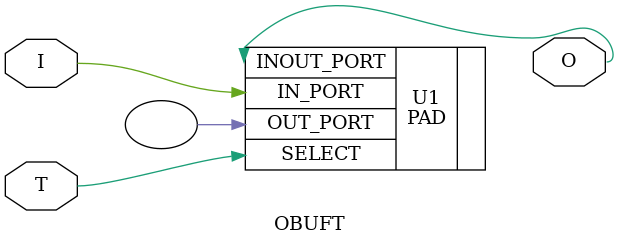
<source format=v>

module OBUFT (
   input I, T,
   output O
  );


PAD U1 ( .IN_PORT(I), .SELECT(T), .INOUT_PORT(O), .OUT_PORT() );

endmodule

</source>
